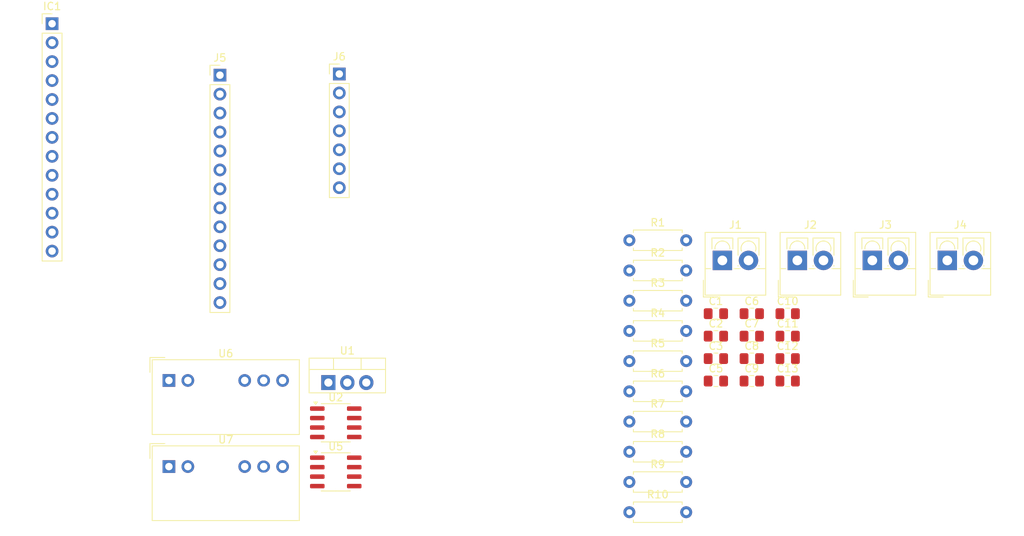
<source format=kicad_pcb>
(kicad_pcb (version 20240108) (generator "pcbnew") (generator_version "8.0")
  (layers (0 "F.Cu" signal) (31 "B.Cu" signal) (34 "B.Paste" user) (35 "F.Paste" user) (36 "B.SilkS" user "B.Silkscreen") (37 "F.SilkS" user "F.Silkscreen") (38 "B.Mask" user) (39 "F.Mask" user) (44 "Edge.Cuts" user))
  (net 0 "")
  (net 1 "+3.3V")
  (net 2 "GNDS")
  (net 5 "+5V")
  (net 6 "PWM")
  (net 7 "+24V")
  (net 8 "+15V")
  (net 9 "Source")
  (net 10 "-5V")
  (net 11 "Gate")
  (net 12 "VoltageSense")
  (net 13 "+VDC")
  (net 14 "GND")
  (net 15 "H+3.3V")
  (net 16 "MeasRefPWMHigh")
  (net 17 "DigitalMeasureHigh")
  (net 18 "Comp+")
  (net 19 "Comp-")
  (net 20 "Net-(U2-GOFF)")
  (net 21 "Net-(U2-GON)")
  (net 22 "Net-(U2-IN+)")
  (net 25 "Net-(U7-+VOUT)")
  (net 32 "MeasRefPWMLow")
  (net 33 "DigitalMeasureLow")
  (footprint "Capacitor_SMD:C_0805_2012Metric_Pad1.18x1.45mm_HandSolder" (layer "F.Cu") (at 138.6 60.4)
    (property "Reference" "C11" (at 0 -1.68 0) (layer "F.SilkS"))
    (property "Value" "100n")
    (fp_line (start -0.261252 -0.735) (end 0.261252 -0.735) (stroke (width 0.12)) (layer "F.SilkS"))
    (fp_line (start -0.261252 0.735) (end 0.261252 0.735) (stroke (width 0.12)) (layer "F.SilkS"))
    (pad "1" smd roundrect (at -1.0375 0) (size 1.175 1.45) (layers "F.Cu" "F.Paste" "F.Mask") (roundrect_rratio 0.212766) (net 8 "+15V"))
    (pad "2" smd roundrect (at 1.0375 0) (size 1.175 1.45) (layers "F.Cu" "F.Paste" "F.Mask") (roundrect_rratio 0.212766) (net 10 "-5V"))
  )
  (footprint "Capacitor_SMD:C_0805_2012Metric_Pad1.18x1.45mm_HandSolder" (layer "F.Cu") (at 128.98 66.42)
    (property "Reference" "C5" (at 0 -1.68 0) (layer "F.SilkS"))
    (property "Value" "1u")
    (fp_line (start -0.261252 -0.735) (end 0.261252 -0.735) (stroke (width 0.12)) (layer "F.SilkS"))
    (fp_line (start -0.261252 0.735) (end 0.261252 0.735) (stroke (width 0.12)) (layer "F.SilkS"))
    (pad "1" smd roundrect (at -1.0375 0) (size 1.175 1.45) (layers "F.Cu" "F.Paste" "F.Mask") (roundrect_rratio 0.212766) (net 19 "Comp-"))
    (pad "2" smd roundrect (at 1.0375 0) (size 1.175 1.45) (layers "F.Cu" "F.Paste" "F.Mask") (roundrect_rratio 0.212766) (net 14 "GND"))
  )
  (footprint "Connector_PinHeader_2.54mm:PinHeader_1x07_P2.54mm_Vertical" (layer "F.Cu") (at 78.5 25.26)
    (property "Reference" "J6" (at 0 -2.33 0) (layer "F.SilkS"))
    (property "Value" "Conn_01x07_Pin")
    (fp_line (start -1.33 -1.33) (end 0 -1.33) (stroke (width 0.12)) (layer "F.SilkS"))
    (fp_line (start -1.33 0) (end -1.33 -1.33) (stroke (width 0.12)) (layer "F.SilkS"))
    (fp_line (start -1.33 1.27) (end -1.33 16.57) (stroke (width 0.12)) (layer "F.SilkS"))
    (fp_line (start -1.33 1.27) (end 1.33 1.27) (stroke (width 0.12)) (layer "F.SilkS"))
    (fp_line (start -1.33 16.57) (end 1.33 16.57) (stroke (width 0.12)) (layer "F.SilkS"))
    (fp_line (start 1.33 1.27) (end 1.33 16.57) (stroke (width 0.12)) (layer "F.SilkS"))
    (pad "1" thru_hole rect (at 0 0) (size 1.7 1.7) (drill 1) (layers "*.Cu" "*.Mask"))
    (pad "2" thru_hole oval (at 0 2.54) (size 1.7 1.7) (drill 1) (layers "*.Cu" "*.Mask"))
    (pad "3" thru_hole oval (at 0 5.08) (size 1.7 1.7) (drill 1) (layers "*.Cu" "*.Mask"))
    (pad "4" thru_hole oval (at 0 7.62) (size 1.7 1.7) (drill 1) (layers "*.Cu" "*.Mask"))
    (pad "5" thru_hole oval (at 0 10.16) (size 1.7 1.7) (drill 1) (layers "*.Cu" "*.Mask"))
    (pad "6" thru_hole oval (at 0 12.7) (size 1.7 1.7) (drill 1) (layers "*.Cu" "*.Mask"))
    (pad "7" thru_hole oval (at 0 15.24) (size 1.7 1.7) (drill 1) (layers "*.Cu" "*.Mask"))
  )
  (footprint "Capacitor_SMD:C_0805_2012Metric_Pad1.18x1.45mm_HandSolder" (layer "F.Cu") (at 138.6 57.39)
    (property "Reference" "C10" (at 0 -1.68 0) (layer "F.SilkS"))
    (property "Value" "1u")
    (fp_line (start -0.261252 -0.735) (end 0.261252 -0.735) (stroke (width 0.12)) (layer "F.SilkS"))
    (fp_line (start -0.261252 0.735) (end 0.261252 0.735) (stroke (width 0.12)) (layer "F.SilkS"))
    (pad "1" smd roundrect (at -1.0375 0) (size 1.175 1.45) (layers "F.Cu" "F.Paste" "F.Mask") (roundrect_rratio 0.212766) (net 9 "Source"))
    (pad "2" smd roundrect (at 1.0375 0) (size 1.175 1.45) (layers "F.Cu" "F.Paste" "F.Mask") (roundrect_rratio 0.212766) (net 10 "-5V"))
  )
  (footprint "Converter_DCDC:Converter_DCDC_Murata_MGJ2DxxxxxxSC_THT" (layer "F.Cu") (at 55.66 66.34)
    (property "Reference" "U6" (at 7.62 -3.61 0) (layer "F.SilkS"))
    (property "Value" "MGJ2D241505SC")
    (fp_line (start -2.54 -3.08) (end -0.54 -3.08) (stroke (width 0.12)) (layer "F.SilkS"))
    (fp_line (start -2.54 -1.08) (end -2.54 -3.08) (stroke (width 0.12)) (layer "F.SilkS"))
    (fp_line (start -2.24 -2.78) (end -2.24 7.24) (stroke (width 0.12)) (layer "F.SilkS"))
    (fp_line (start -2.24 -2.78) (end 17.48 -2.78) (stroke (width 0.12)) (layer "F.SilkS"))
    (fp_line (start -2.24 7.24) (end 17.48 7.24) (stroke (width 0.12)) (layer "F.SilkS"))
    (fp_line (start 17.48 -2.78) (end 17.48 7.24) (stroke (width 0.12)) (layer "F.SilkS"))
    (pad "1" thru_hole rect (at 0 0) (size 1.7 1.7) (drill 1) (layers "*.Cu" "*.Mask") (net 7 "+24V"))
    (pad "2" thru_hole oval (at 2.54 0) (size 1.7 1.7) (drill 1) (layers "*.Cu" "*.Mask") (net 2 "GNDS"))
    (pad "5" thru_hole oval (at 10.16 0) (size 1.7 1.7) (drill 1) (layers "*.Cu" "*.Mask") (net 10 "-5V"))
    (pad "6" thru_hole oval (at 12.7 0) (size 1.7 1.6) (drill 1) (layers "*.Cu" "*.Mask") (net 9 "Source"))
    (pad "7" thru_hole oval (at 15.24 0) (size 1.7 1.7) (drill 1) (layers "*.Cu" "*.Mask") (net 8 "+15V"))
  )
  (footprint "Resistor_THT:R_Axial_DIN0207_L6.3mm_D2.5mm_P7.62mm_Horizontal" (layer "F.Cu") (at 117.38 63.75)
    (property "Reference" "R5" (at 3.81 -2.37 0) (layer "F.SilkS"))
    (property "Value" "10k")
    (fp_line (start 0.54 -1.37) (end 7.08 -1.37) (stroke (width 0.12)) (layer "F.SilkS"))
    (fp_line (start 0.54 -1.04) (end 0.54 -1.37) (stroke (width 0.12)) (layer "F.SilkS"))
    (fp_line (start 0.54 1.04) (end 0.54 1.37) (stroke (width 0.12)) (layer "F.SilkS"))
    (fp_line (start 0.54 1.37) (end 7.08 1.37) (stroke (width 0.12)) (layer "F.SilkS"))
    (fp_line (start 7.08 -1.37) (end 7.08 -1.04) (stroke (width 0.12)) (layer "F.SilkS"))
    (fp_line (start 7.08 1.37) (end 7.08 1.04) (stroke (width 0.12)) (layer "F.SilkS"))
    (pad "1" thru_hole circle (at 0 0) (size 1.6 1.6) (drill 0.8) (layers "*.Cu" "*.Mask") (net 2 "GNDS"))
    (pad "2" thru_hole oval (at 7.62 0) (size 1.6 1.6) (drill 0.8) (layers "*.Cu" "*.Mask") (net 22 "Net-(U2-IN+)"))
  )
  (footprint "Package_TO_SOT_THT:TO-220-3_Vertical" (layer "F.Cu") (at 77.035 66.625)
    (property "Reference" "U1" (at 2.54 -4.27 0) (layer "F.SilkS"))
    (property "Value" "L7805")
    (fp_line (start -2.58 -3.27) (end -2.58 1.371) (stroke (width 0.12)) (layer "F.SilkS"))
    (fp_line (start -2.58 -3.27) (end 7.66 -3.27) (stroke (width 0.12)) (layer "F.SilkS"))
    (fp_line (start -2.58 -1.76) (end 7.66 -1.76) (stroke (width 0.12)) (layer "F.SilkS"))
    (fp_line (start -2.58 1.371) (end 7.66 1.371) (stroke (width 0.12)) (layer "F.SilkS"))
    (fp_line (start 0.69 -3.27) (end 0.69 -1.76) (stroke (width 0.12)) (layer "F.SilkS"))
    (fp_line (start 4.391 -3.27) (end 4.391 -1.76) (stroke (width 0.12)) (layer "F.SilkS"))
    (fp_line (start 7.66 -3.27) (end 7.66 1.371) (stroke (width 0.12)) (layer "F.SilkS"))
    (pad "1" thru_hole rect (at 0 0) (size 1.905 2) (drill 1.1) (layers "*.Cu" "*.Mask") (net 7 "+24V"))
    (pad "2" thru_hole oval (at 2.54 0) (size 1.905 2) (drill 1.1) (layers "*.Cu" "*.Mask") (net 2 "GNDS"))
    (pad "3" thru_hole oval (at 5.08 0) (size 1.905 2) (drill 1.1) (layers "*.Cu" "*.Mask") (net 5 "+5V"))
  )
  (footprint "Capacitor_SMD:C_0805_2012Metric_Pad1.18x1.45mm_HandSolder" (layer "F.Cu") (at 138.6 63.41)
    (property "Reference" "C12" (at 0 -1.68 0) (layer "F.SilkS"))
    (property "Value" "0.1u")
    (fp_line (start -0.261252 -0.735) (end 0.261252 -0.735) (stroke (width 0.12)) (layer "F.SilkS"))
    (fp_line (start -0.261252 0.735) (end 0.261252 0.735) (stroke (width 0.12)) (layer "F.SilkS"))
    (pad "1" smd roundrect (at -1.0375 0) (size 1.175 1.45) (layers "F.Cu" "F.Paste" "F.Mask") (roundrect_rratio 0.212766) (net 9 "Source"))
    (pad "2" smd roundrect (at 1.0375 0) (size 1.175 1.45) (layers "F.Cu" "F.Paste" "F.Mask") (roundrect_rratio 0.212766) (net 12 "VoltageSense"))
  )
  (footprint "TerminalBlock_4Ucon:TerminalBlock_4Ucon_1x02_P3.50mm_Vertical" (layer "F.Cu") (at 160 50.25)
    (property "Reference" "J4" (at 1.75 -4.76 0) (layer "F.SilkS"))
    (property "Value" "Screw_Terminal_01x02")
    (fp_line (start -2.55 2.66) (end -2.55 4.9) (stroke (width 0.12)) (layer "F.SilkS"))
    (fp_line (start -2.55 4.9) (end -0.55 4.9) (stroke (width 0.12)) (layer "F.SilkS"))
    (fp_line (start -2.31 -3.76) (end -2.31 4.66) (stroke (width 0.12)) (layer "F.SilkS"))
    (fp_line (start -2.31 -3.76) (end 5.81 -3.76) (stroke (width 0.12)) (layer "F.SilkS"))
    (fp_line (start -2.31 1.101) (end -1.54 1.101) (stroke (width 0.12)) (layer "F.SilkS"))
    (fp_line (start -2.31 4.66) (end 5.81 4.66) (stroke (width 0.12)) (layer "F.SilkS"))
    (fp_line (start -1.4 -3) (end -1.4 -1.54) (stroke (width 0.12)) (layer "F.SilkS"))
    (fp_line (start -1.4 -3) (end 1.4 -3) (stroke (width 0.12)) (layer "F.SilkS"))
    (fp_line (start 1.4 -3) (end 1.4 -1.54) (stroke (width 0.12)) (layer "F.SilkS"))
    (fp_line (start 1.54 1.101) (end 2.367 1.101) (stroke (width 0.12)) (layer "F.SilkS"))
    (fp_line (start 2.1 -3) (end 2.1 -0.689) (stroke (width 0.12)) (layer "F.SilkS"))
    (fp_line (start 2.1 -3) (end 4.9 -3) (stroke (width 0.12)) (layer "F.SilkS"))
    (fp_line (start 2.1 0.689) (end 2.1 0.75) (stroke (width 0.12)) (layer "F.SilkS"))
    (fp_line (start 2.1 0.75) (end 2.101 0.75) (stroke (width 0.12)) (layer "F.SilkS"))
    (fp_line (start 4.634 1.101) (end 5.81 1.101) (stroke (width 0.12)) (layer "F.SilkS"))
    (fp_line (start 4.9 -3) (end 4.9 -0.689) (stroke (width 0.12)) (layer "F.SilkS"))
    (fp_line (start 4.9 0.689) (end 4.9 0.75) (stroke (width 0.12)) (layer "F.SilkS"))
    (fp_line (start 4.9 0.75) (end 4.9 0.75) (stroke (width 0.12)) (layer "F.SilkS"))
    (fp_line (start 5.81 -3.76) (end 5.81 4.66) (stroke (width 0.12)) (layer "F.SilkS"))
    (fp_arc (start -0.99789 -1.529434) (mid -0.000785 -2.600382) (end 0.998 -1.531) (stroke (width 0.12)) (layer "F.SilkS"))
    (fp_arc (start 2.560085 -1.257767) (mid 3.499876 -2.600282) (end 4.44 -1.258) (stroke (width 0.12)) (layer "F.SilkS"))
    (pad "1" thru_hole rect (at 0 0) (size 2.6 2.6) (drill 1.3) (layers "*.Cu" "*.Mask") (net 7 "+24V"))
    (pad "2" thru_hole circle (at 3.5 0) (size 2.6 2.6) (drill 1.3) (layers "*.Cu" "*.Mask") (net 2 "GNDS"))
  )
  (footprint "TerminalBlock_4Ucon:TerminalBlock_4Ucon_1x02_P3.50mm_Vertical" (layer "F.Cu") (at 149.95 50.25)
    (property "Reference" "J3" (at 1.75 -4.76 0) (layer "F.SilkS"))
    (property "Value" "Screw_Terminal_01x02")
    (fp_line (start -2.55 2.66) (end -2.55 4.9) (stroke (width 0.12)) (layer "F.SilkS"))
    (fp_line (start -2.55 4.9) (end -0.55 4.9) (stroke (width 0.12)) (layer "F.SilkS"))
    (fp_line (start -2.31 -3.76) (end -2.31 4.66) (stroke (width 0.12)) (layer "F.SilkS"))
    (fp_line (start -2.31 -3.76) (end 5.81 -3.76) (stroke (width 0.12)) (layer "F.SilkS"))
    (fp_line (start -2.31 1.101) (end -1.54 1.101) (stroke (width 0.12)) (layer "F.SilkS"))
    (fp_line (start -2.31 4.66) (end 5.81 4.66) (stroke (width 0.12)) (layer "F.SilkS"))
    (fp_line (start -1.4 -3) (end -1.4 -1.54) (stroke (width 0.12)) (layer "F.SilkS"))
    (fp_line (start -1.4 -3) (end 1.4 -3) (stroke (width 0.12)) (layer "F.SilkS"))
    (fp_line (start 1.4 -3) (end 1.4 -1.54) (stroke (width 0.12)) (layer "F.SilkS"))
    (fp_line (start 1.54 1.101) (end 2.367 1.101) (stroke (width 0.12)) (layer "F.SilkS"))
    (fp_line (start 2.1 -3) (end 2.1 -0.689) (stroke (width 0.12)) (layer "F.SilkS"))
    (fp_line (start 2.1 -3) (end 4.9 -3) (stroke (width 0.12)) (layer "F.SilkS"))
    (fp_line (start 2.1 0.689) (end 2.1 0.75) (stroke (width 0.12)) (layer "F.SilkS"))
    (fp_line (start 2.1 0.75) (end 2.101 0.75) (stroke (width 0.12)) (layer "F.SilkS"))
    (fp_line (start 4.634 1.101) (end 5.81 1.101) (stroke (width 0.12)) (layer "F.SilkS"))
    (fp_line (start 4.9 -3) (end 4.9 -0.689) (stroke (width 0.12)) (layer "F.SilkS"))
    (fp_line (start 4.9 0.689) (end 4.9 0.75) (stroke (width 0.12)) (layer "F.SilkS"))
    (fp_line (start 4.9 0.75) (end 4.9 0.75) (stroke (width 0.12)) (layer "F.SilkS"))
    (fp_line (start 5.81 -3.76) (end 5.81 4.66) (stroke (width 0.12)) (layer "F.SilkS"))
    (fp_arc (start -0.99789 -1.529434) (mid -0.000785 -2.600382) (end 0.998 -1.531) (stroke (width 0.12)) (layer "F.SilkS"))
    (fp_arc (start 2.560085 -1.257767) (mid 3.499876 -2.600282) (end 4.44 -1.258) (stroke (width 0.12)) (layer "F.SilkS"))
    (pad "1" thru_hole rect (at 0 0) (size 2.6 2.6) (drill 1.3) (layers "*.Cu" "*.Mask") (net 14 "GND"))
    (pad "2" thru_hole circle (at 3.5 0) (size 2.6 2.6) (drill 1.3) (layers "*.Cu" "*.Mask") (net 13 "+VDC"))
  )
  (footprint "Capacitor_SMD:C_0805_2012Metric_Pad1.18x1.45mm_HandSolder" (layer "F.Cu") (at 133.79 63.41)
    (property "Reference" "C8" (at 0 -1.68 0) (layer "F.SilkS"))
    (property "Value" "100n")
    (fp_line (start -0.261252 -0.735) (end 0.261252 -0.735) (stroke (width 0.12)) (layer "F.SilkS"))
    (fp_line (start -0.261252 0.735) (end 0.261252 0.735) (stroke (width 0.12)) (layer "F.SilkS"))
    (pad "1" smd roundrect (at -1.0375 0) (size 1.175 1.45) (layers "F.Cu" "F.Paste" "F.Mask") (roundrect_rratio 0.212766) (net 15 "H+3.3V"))
    (pad "2" smd roundrect (at 1.0375 0) (size 1.175 1.45) (layers "F.Cu" "F.Paste" "F.Mask") (roundrect_rratio 0.212766) (net 14 "GND"))
  )
  (footprint "Capacitor_SMD:C_0805_2012Metric_Pad1.18x1.45mm_HandSolder" (layer "F.Cu") (at 128.98 60.4)
    (property "Reference" "C2" (at 0 -1.68 0) (layer "F.SilkS"))
    (property "Value" "1u")
    (fp_line (start -0.261252 -0.735) (end 0.261252 -0.735) (stroke (width 0.12)) (layer "F.SilkS"))
    (fp_line (start -0.261252 0.735) (end 0.261252 0.735) (stroke (width 0.12)) (layer "F.SilkS"))
    (pad "1" smd roundrect (at -1.0375 0) (size 1.175 1.45) (layers "F.Cu" "F.Paste" "F.Mask") (roundrect_rratio 0.212766) (net 5 "+5V"))
    (pad "2" smd roundrect (at 1.0375 0) (size 1.175 1.45) (layers "F.Cu" "F.Paste" "F.Mask") (roundrect_rratio 0.212766) (net 2 "GNDS"))
  )
  (footprint "Converter_DCDC:Converter_DCDC_Murata_MGJ2DxxxxxxSC_THT" (layer "F.Cu") (at 55.66 77.885)
    (property "Reference" "U7" (at 7.62 -3.61 0) (layer "F.SilkS"))
    (property "Value" "MGJ2D241505SC")
    (fp_line (start -2.54 -3.08) (end -0.54 -3.08) (stroke (width 0.12)) (layer "F.SilkS"))
    (fp_line (start -2.54 -1.08) (end -2.54 -3.08) (stroke (width 0.12)) (layer "F.SilkS"))
    (fp_line (start -2.24 -2.78) (end -2.24 7.24) (stroke (width 0.12)) (layer "F.SilkS"))
    (fp_line (start -2.24 -2.78) (end 17.48 -2.78) (stroke (width 0.12)) (layer "F.SilkS"))
    (fp_line (start -2.24 7.24) (end 17.48 7.24) (stroke (width 0.12)) (layer "F.SilkS"))
    (fp_line (start 17.48 -2.78) (end 17.48 7.24) (stroke (width 0.12)) (layer "F.SilkS"))
    (pad "1" thru_hole rect (at 0 0) (size 1.7 1.7) (drill 1) (layers "*.Cu" "*.Mask") (net 7 "+24V"))
    (pad "2" thru_hole oval (at 2.54 0) (size 1.7 1.7) (drill 1) (layers "*.Cu" "*.Mask") (net 2 "GNDS"))
    (pad "5" thru_hole oval (at 10.16 0) (size 1.7 1.7) (drill 1) (layers "*.Cu" "*.Mask"))
    (pad "6" thru_hole oval (at 12.7 0) (size 1.7 1.6) (drill 1) (layers "*.Cu" "*.Mask") (net 14 "GND"))
    (pad "7" thru_hole oval (at 15.24 0) (size 1.7 1.7) (drill 1) (layers "*.Cu" "*.Mask") (net 25 "Net-(U7-+VOUT)"))
  )
  (footprint "Capacitor_SMD:C_0805_2012Metric_Pad1.18x1.45mm_HandSolder" (layer "F.Cu") (at 133.79 57.39)
    (property "Reference" "C6" (at 0 -1.68 0) (layer "F.SilkS"))
    (property "Value" "100n")
    (fp_line (start -0.261252 -0.735) (end 0.261252 -0.735) (stroke (width 0.12)) (layer "F.SilkS"))
    (fp_line (start -0.261252 0.735) (end 0.261252 0.735) (stroke (width 0.12)) (layer "F.SilkS"))
    (pad "1" smd roundrect (at -1.0375 0) (size 1.175 1.45) (layers "F.Cu" "F.Paste" "F.Mask") (roundrect_rratio 0.212766) (net 2 "GNDS"))
    (pad "2" smd roundrect (at 1.0375 0) (size 1.175 1.45) (layers "F.Cu" "F.Paste" "F.Mask") (roundrect_rratio 0.212766) (net 1 "+3.3V"))
  )
  (footprint "Package_SO:SOIC-8_3.9x4.9mm_P1.27mm" (layer "F.Cu") (at 78.025 72.015)
    (property "Reference" "U2" (at 0 -3.4 0) (layer "F.SilkS"))
    (property "Value" "STGAP2SM")
    (fp_line (start 0 -2.56) (end -1.95 -2.56) (stroke (width 0.12)) (layer "F.SilkS"))
    (fp_line (start 0 -2.56) (end 1.95 -2.56) (stroke (width 0.12)) (layer "F.SilkS"))
    (fp_line (start 0 2.56) (end -1.95 2.56) (stroke (width 0.12)) (layer "F.SilkS"))
    (fp_line (start 0 2.56) (end 1.95 2.56) (stroke (width 0.12)) (layer "F.SilkS"))
    (fp_poly (pts (xy -2.7 -2.465) (xy -2.94 -2.795) (xy -2.46 -2.795) (xy -2.7 -2.465)) (stroke (width 0.12)) (fill solid) (layer "F.SilkS"))
    (pad "1" smd roundrect (at -2.475 -1.905) (size 1.95 0.6) (layers "F.Cu" "F.Paste" "F.Mask") (net 1 "+3.3V"))
    (pad "2" smd roundrect (at -2.475 -0.635) (size 1.95 0.6) (layers "F.Cu" "F.Paste" "F.Mask") (net 22 "Net-(U2-IN+)"))
    (pad "3" smd roundrect (at -2.475 0.635) (size 1.95 0.6) (layers "F.Cu" "F.Paste" "F.Mask") (net 2 "GNDS"))
    (pad "4" smd roundrect (at -2.475 1.905) (size 1.95 0.6) (layers "F.Cu" "F.Paste" "F.Mask") (net 2 "GNDS"))
    (pad "5" smd roundrect (at 2.475 1.905) (size 1.95 0.6) (layers "F.Cu" "F.Paste" "F.Mask") (net 8 "+15V"))
    (pad "6" smd roundrect (at 2.475 0.635) (size 1.95 0.6) (layers "F.Cu" "F.Paste" "F.Mask") (net 21 "Net-(U2-GON)"))
    (pad "7" smd roundrect (at 2.475 -0.635) (size 1.95 0.6) (layers "F.Cu" "F.Paste" "F.Mask") (net 20 "Net-(U2-GOFF)"))
    (pad "8" smd roundrect (at 2.475 -1.905) (size 1.95 0.6) (layers "F.Cu" "F.Paste" "F.Mask") (net 10 "-5V"))
  )
  (footprint "Capacitor_SMD:C_0805_2012Metric_Pad1.18x1.45mm_HandSolder" (layer "F.Cu") (at 138.6 66.42)
    (property "Reference" "C13" (at 0 -1.68 0) (layer "F.SilkS"))
    (property "Value" "100n")
    (fp_line (start -0.261252 -0.735) (end 0.261252 -0.735) (stroke (width 0.12)) (layer "F.SilkS"))
    (fp_line (start -0.261252 0.735) (end 0.261252 0.735) (stroke (width 0.12)) (layer "F.SilkS"))
    (pad "1" smd roundrect (at -1.0375 0) (size 1.175 1.45) (layers "F.Cu" "F.Paste" "F.Mask") (roundrect_rratio 0.212766) (net 15 "H+3.3V"))
    (pad "2" smd roundrect (at 1.0375 0) (size 1.175 1.45) (layers "F.Cu" "F.Paste" "F.Mask") (roundrect_rratio 0.212766) (net 14 "GND"))
  )
  (footprint "Resistor_THT:R_Axial_DIN0207_L6.3mm_D2.5mm_P7.62mm_Horizontal" (layer "F.Cu") (at 117.38 55.65)
    (property "Reference" "R3" (at 3.81 -2.37 0) (layer "F.SilkS"))
    (property "Value" "47k")
    (fp_line (start 0.54 -1.37) (end 7.08 -1.37) (stroke (width 0.12)) (layer "F.SilkS"))
    (fp_line (start 0.54 -1.04) (end 0.54 -1.37) (stroke (width 0.12)) (layer "F.SilkS"))
    (fp_line (start 0.54 1.04) (end 0.54 1.37) (stroke (width 0.12)) (layer "F.SilkS"))
    (fp_line (start 0.54 1.37) (end 7.08 1.37) (stroke (width 0.12)) (layer "F.SilkS"))
    (fp_line (start 7.08 -1.37) (end 7.08 -1.04) (stroke (width 0.12)) (layer "F.SilkS"))
    (fp_line (start 7.08 1.37) (end 7.08 1.04) (stroke (width 0.12)) (layer "F.SilkS"))
    (pad "1" thru_hole circle (at 0 0) (size 1.6 1.6) (drill 0.8) (layers "*.Cu" "*.Mask") (net 25 "Net-(U7-+VOUT)"))
    (pad "2" thru_hole oval (at 7.62 0) (size 1.6 1.6) (drill 0.8) (layers "*.Cu" "*.Mask") (net 15 "H+3.3V"))
  )
  (footprint "Capacitor_SMD:C_0805_2012Metric_Pad1.18x1.45mm_HandSolder" (layer "F.Cu") (at 128.98 63.41)
    (property "Reference" "C3" (at 0 -1.68 0) (layer "F.SilkS"))
    (property "Value" "100n")
    (fp_line (start -0.261252 -0.735) (end 0.261252 -0.735) (stroke (width 0.12)) (layer "F.SilkS"))
    (fp_line (start -0.261252 0.735) (end 0.261252 0.735) (stroke (width 0.12)) (layer "F.SilkS"))
    (pad "1" smd roundrect (at -1.0375 0) (size 1.175 1.45) (layers "F.Cu" "F.Paste" "F.Mask") (roundrect_rratio 0.212766) (net 1 "+3.3V"))
    (pad "2" smd roundrect (at 1.0375 0) (size 1.175 1.45) (layers "F.Cu" "F.Paste" "F.Mask") (roundrect_rratio 0.212766) (net 2 "GNDS"))
  )
  (footprint "Resistor_THT:R_Axial_DIN0207_L6.3mm_D2.5mm_P7.62mm_Horizontal" (layer "F.Cu") (at 117.38 47.55)
    (property "Reference" "R1" (at 3.81 -2.37 0) (layer "F.SilkS"))
    (property "Value" "1.2")
    (fp_line (start 0.54 -1.37) (end 7.08 -1.37) (stroke (width 0.12)) (layer "F.SilkS"))
    (fp_line (start 0.54 -1.04) (end 0.54 -1.37) (stroke (width 0.12)) (layer "F.SilkS"))
    (fp_line (start 0.54 1.04) (end 0.54 1.37) (stroke (width 0.12)) (layer "F.SilkS"))
    (fp_line (start 0.54 1.37) (end 7.08 1.37) (stroke (width 0.12)) (layer "F.SilkS"))
    (fp_line (start 7.08 -1.37) (end 7.08 -1.04) (stroke (width 0.12)) (layer "F.SilkS"))
    (fp_line (start 7.08 1.37) (end 7.08 1.04) (stroke (width 0.12)) (layer "F.SilkS"))
    (pad "1" thru_hole circle (at 0 0) (size 1.6 1.6) (drill 0.8) (layers "*.Cu" "*.Mask") (net 20 "Net-(U2-GOFF)"))
    (pad "2" thru_hole oval (at 7.62 0) (size 1.6 1.6) (drill 0.8) (layers "*.Cu" "*.Mask") (net 11 "Gate"))
  )
  (footprint "TerminalBlock_4Ucon:TerminalBlock_4Ucon_1x02_P3.50mm_Vertical" (layer "F.Cu") (at 129.85 50.25)
    (property "Reference" "J1" (at 1.75 -4.76 0) (layer "F.SilkS"))
    (property "Value" "Screw_Terminal_01x02")
    (fp_line (start -2.55 2.66) (end -2.55 4.9) (stroke (width 0.12)) (layer "F.SilkS"))
    (fp_line (start -2.55 4.9) (end -0.55 4.9) (stroke (width 0.12)) (layer "F.SilkS"))
    (fp_line (start -2.31 -3.76) (end -2.31 4.66) (stroke (width 0.12)) (layer "F.SilkS"))
    (fp_line (start -2.31 -3.76) (end 5.81 -3.76) (stroke (width 0.12)) (layer "F.SilkS"))
    (fp_line (start -2.31 1.101) (end -1.54 1.101) (stroke (width 0.12)) (layer "F.SilkS"))
    (fp_line (start -2.31 4.66) (end 5.81 4.66) (stroke (width 0.12)) (layer "F.SilkS"))
    (fp_line (start -1.4 -3) (end -1.4 -1.54) (stroke (width 0.12)) (layer "F.SilkS"))
    (fp_line (start -1.4 -3) (end 1.4 -3) (stroke (width 0.12)) (layer "F.SilkS"))
    (fp_line (start 1.4 -3) (end 1.4 -1.54) (stroke (width 0.12)) (layer "F.SilkS"))
    (fp_line (start 1.54 1.101) (end 2.367 1.101) (stroke (width 0.12)) (layer "F.SilkS"))
    (fp_line (start 2.1 -3) (end 2.1 -0.689) (stroke (width 0.12)) (layer "F.SilkS"))
    (fp_line (start 2.1 -3) (end 4.9 -3) (stroke (width 0.12)) (layer "F.SilkS"))
    (fp_line (start 2.1 0.689) (end 2.1 0.75) (stroke (width 0.12)) (layer "F.SilkS"))
    (fp_line (start 2.1 0.75) (end 2.101 0.75) (stroke (width 0.12)) (layer "F.SilkS"))
    (fp_line (start 4.634 1.101) (end 5.81 1.101) (stroke (width 0.12)) (layer "F.SilkS"))
    (fp_line (start 4.9 -3) (end 4.9 -0.689) (stroke (width 0.12)) (layer "F.SilkS"))
    (fp_line (start 4.9 0.689) (end 4.9 0.75) (stroke (width 0.12)) (layer "F.SilkS"))
    (fp_line (start 4.9 0.75) (end 4.9 0.75) (stroke (width 0.12)) (layer "F.SilkS"))
    (fp_line (start 5.81 -3.76) (end 5.81 4.66) (stroke (width 0.12)) (layer "F.SilkS"))
    (fp_arc (start -0.99789 -1.529434) (mid -0.000785 -2.600382) (end 0.998 -1.531) (stroke (width 0.12)) (layer "F.SilkS"))
    (fp_arc (start 2.560085 -1.257767) (mid 3.499876 -2.600282) (end 4.44 -1.258) (stroke (width 0.12)) (layer "F.SilkS"))
    (pad "1" thru_hole rect (at 0 0) (size 2.6 2.6) (drill 1.3) (layers "*.Cu" "*.Mask") (net 12 "VoltageSense"))
    (pad "2" thru_hole circle (at 3.5 0) (size 2.6 2.6) (drill 1.3) (layers "*.Cu" "*.Mask") (net 14 "GND"))
  )
  (footprint "Resistor_THT:R_Axial_DIN0207_L6.3mm_D2.5mm_P7.62mm_Horizontal" (layer "F.Cu") (at 117.38 59.7)
    (property "Reference" "R4" (at 3.81 -2.37 0) (layer "F.SilkS"))
    (property "Value" "100")
    (fp_line (start 0.54 -1.37) (end 7.08 -1.37) (stroke (width 0.12)) (layer "F.SilkS"))
    (fp_line (start 0.54 -1.04) (end 0.54 -1.37) (stroke (width 0.12)) (layer "F.SilkS"))
    (fp_line (start 0.54 1.04) (end 0.54 1.37) (stroke (width 0.12)) (layer "F.SilkS"))
    (fp_line (start 0.54 1.37) (end 7.08 1.37) (stroke (width 0.12)) (layer "F.SilkS"))
    (fp_line (start 7.08 -1.37) (end 7.08 -1.04) (stroke (width 0.12)) (layer "F.SilkS"))
    (fp_line (start 7.08 1.37) (end 7.08 1.04) (stroke (width 0.12)) (layer "F.SilkS"))
    (pad "1" thru_hole circle (at 0 0) (size 1.6 1.6) (drill 0.8) (layers "*.Cu" "*.Mask") (net 6 "PWM"))
    (pad "2" thru_hole oval (at 7.62 0) (size 1.6 1.6) (drill 0.8) (layers "*.Cu" "*.Mask") (net 22 "Net-(U2-IN+)"))
  )
  (footprint "Capacitor_SMD:C_0805_2012Metric_Pad1.18x1.45mm_HandSolder" (layer "F.Cu") (at 128.98 57.39)
    (property "Reference" "C1" (at 0 -1.68 0) (layer "F.SilkS"))
    (property "Value" "0.33u")
    (fp_line (start -0.261252 -0.735) (end 0.261252 -0.735) (stroke (width 0.12)) (layer "F.SilkS"))
    (fp_line (start -0.261252 0.735) (end 0.261252 0.735) (stroke (width 0.12)) (layer "F.SilkS"))
    (pad "1" smd roundrect (at -1.0375 0) (size 1.175 1.45) (layers "F.Cu" "F.Paste" "F.Mask") (roundrect_rratio 0.212766) (net 7 "+24V"))
    (pad "2" smd roundrect (at 1.0375 0) (size 1.175 1.45) (layers "F.Cu" "F.Paste" "F.Mask") (roundrect_rratio 0.212766) (net 2 "GNDS"))
  )
  (footprint "Resistor_THT:R_Axial_DIN0207_L6.3mm_D2.5mm_P7.62mm_Horizontal" (layer "F.Cu") (at 117.38 79.95)
    (property "Reference" "R9" (at 3.81 -2.37 0) (layer "F.SilkS"))
    (property "Value" "13k")
    (fp_line (start 0.54 -1.37) (end 7.08 -1.37) (stroke (width 0.12)) (layer "F.SilkS"))
    (fp_line (start 0.54 -1.04) (end 0.54 -1.37) (stroke (width 0.12)) (layer "F.SilkS"))
    (fp_line (start 0.54 1.04) (end 0.54 1.37) (stroke (width 0.12)) (layer "F.SilkS"))
    (fp_line (start 0.54 1.37) (end 7.08 1.37) (stroke (width 0.12)) (layer "F.SilkS"))
    (fp_line (start 7.08 -1.37) (end 7.08 -1.04) (stroke (width 0.12)) (layer "F.SilkS"))
    (fp_line (start 7.08 1.37) (end 7.08 1.04) (stroke (width 0.12)) (layer "F.SilkS"))
    (pad "1" thru_hole circle (at 0 0) (size 1.6 1.6) (drill 0.8) (layers "*.Cu" "*.Mask") (net 15 "H+3.3V"))
    (pad "2" thru_hole oval (at 7.62 0) (size 1.6 1.6) (drill 0.8) (layers "*.Cu" "*.Mask") (net 14 "GND"))
  )
  (footprint "Capacitor_SMD:C_0805_2012Metric_Pad1.18x1.45mm_HandSolder" (layer "F.Cu") (at 133.79 66.42)
    (property "Reference" "C9" (at 0 -1.68 0) (layer "F.SilkS"))
    (property "Value" "1u")
    (fp_line (start -0.261252 -0.735) (end 0.261252 -0.735) (stroke (width 0.12)) (layer "F.SilkS"))
    (fp_line (start -0.261252 0.735) (end 0.261252 0.735) (stroke (width 0.12)) (layer "F.SilkS"))
    (pad "1" smd roundrect (at -1.0375 0) (size 1.175 1.45) (layers "F.Cu" "F.Paste" "F.Mask") (roundrect_rratio 0.212766) (net 8 "+15V"))
    (pad "2" smd roundrect (at 1.0375 0) (size 1.175 1.45) (layers "F.Cu" "F.Paste" "F.Mask") (roundrect_rratio 0.212766) (net 9 "Source"))
  )
  (footprint "Resistor_THT:R_Axial_DIN0207_L6.3mm_D2.5mm_P7.62mm_Horizontal" (layer "F.Cu") (at 117.38 51.6)
    (property "Reference" "R2" (at 3.81 -2.37 0) (layer "F.SilkS"))
    (property "Value" "1.2")
    (fp_line (start 0.54 -1.37) (end 7.08 -1.37) (stroke (width 0.12)) (layer "F.SilkS"))
    (fp_line (start 0.54 -1.04) (end 0.54 -1.37) (stroke (width 0.12)) (layer "F.SilkS"))
    (fp_line (start 0.54 1.04) (end 0.54 1.37) (stroke (width 0.12)) (layer "F.SilkS"))
    (fp_line (start 0.54 1.37) (end 7.08 1.37) (stroke (width 0.12)) (layer "F.SilkS"))
    (fp_line (start 7.08 -1.37) (end 7.08 -1.04) (stroke (width 0.12)) (layer "F.SilkS"))
    (fp_line (start 7.08 1.37) (end 7.08 1.04) (stroke (width 0.12)) (layer "F.SilkS"))
    (pad "1" thru_hole circle (at 0 0) (size 1.6 1.6) (drill 0.8) (layers "*.Cu" "*.Mask") (net 21 "Net-(U2-GON)"))
    (pad "2" thru_hole oval (at 7.62 0) (size 1.6 1.6) (drill 0.8) (layers "*.Cu" "*.Mask") (net 11 "Gate"))
  )
  (footprint "Connector_PinHeader_2.54mm:PinHeader_1x13_P2.54mm_Vertical" (layer "F.Cu") (at 40 18.52)
    (property "Reference" "IC1" (at 0 -2.33 0) (layer "F.SilkS"))
    (property "Value" "ACSL-7210-06RE")
    (fp_line (start -1.33 -1.33) (end 0 -1.33) (stroke (width 0.12)) (layer "F.SilkS"))
    (fp_line (start -1.33 0) (end -1.33 -1.33) (stroke (width 0.12)) (layer "F.SilkS"))
    (fp_line (start -1.33 1.27) (end -1.33 31.81) (stroke (width 0.12)) (layer "F.SilkS"))
    (fp_line (start -1.33 1.27) (end 1.33 1.27) (stroke (width 0.12)) (layer "F.SilkS"))
    (fp_line (start -1.33 31.81) (end 1.33 31.81) (stroke (width 0.12)) (layer "F.SilkS"))
    (fp_line (start 1.33 1.27) (end 1.33 31.81) (stroke (width 0.12)) (layer "F.SilkS"))
    (pad "1" thru_hole rect (at 0 0) (size 1.7 1.7) (drill 1) (layers "*.Cu" "*.Mask") (net 1 "+3.3V"))
    (pad "2" thru_hole oval (at 0 2.54) (size 1.7 1.7) (drill 1) (layers "*.Cu" "*.Mask") (net 33 "DigitalMeasureLow"))
    (pad "3" thru_hole oval (at 0 5.08) (size 1.7 1.7) (drill 1) (layers "*.Cu" "*.Mask") (net 32 "MeasRefPWMLow"))
    (pad "4" thru_hole oval (at 0 7.62) (size 1.7 1.7) (drill 1) (layers "*.Cu" "*.Mask") (net 2 "GNDS"))
    (pad "5" thru_hole oval (at 0 10.16) (size 1.7 1.7) (drill 1) (layers "*.Cu" "*.Mask") (net 14 "GND"))
    (pad "6" thru_hole oval (at 0 12.7) (size 1.7 1.7) (drill 1) (layers "*.Cu" "*.Mask") (net 16 "MeasRefPWMHigh"))
    (pad "7" thru_hole oval (at 0 15.24) (size 1.7 1.7) (drill 1) (layers "*.Cu" "*.Mask") (net 17 "DigitalMeasureHigh"))
    (pad "8" thru_hole oval (at 0 17.78) (size 1.7 1.7) (drill 1) (layers "*.Cu" "*.Mask") (net 15 "H+3.3V"))
    (pad "9" thru_hole oval (at 0 20.32) (size 1.7 1.7) (drill 1) (layers "*.Cu" "*.Mask"))
    (pad "10" thru_hole oval (at 0 22.86) (size 1.7 1.7) (drill 1) (layers "*.Cu" "*.Mask"))
    (pad "11" thru_hole oval (at 0 25.4) (size 1.7 1.7) (drill 1) (layers "*.Cu" "*.Mask"))
    (pad "12" thru_hole oval (at 0 27.94) (size 1.7 1.7) (drill 1) (layers "*.Cu" "*.Mask"))
    (pad "13" thru_hole oval (at 0 30.48) (size 1.7 1.7) (drill 1) (layers "*.Cu" "*.Mask"))
  )
  (footprint "Resistor_THT:R_Axial_DIN0207_L6.3mm_D2.5mm_P7.62mm_Horizontal" (layer "F.Cu") (at 117.38 75.9)
    (property "Reference" "R8" (at 3.81 -2.37 0) (layer "F.SilkS"))
    (property "Value" "3.3k")
    (fp_line (start 0.54 -1.37) (end 7.08 -1.37) (stroke (width 0.12)) (layer "F.SilkS"))
    (fp_line (start 0.54 -1.04) (end 0.54 -1.37) (stroke (width 0.12)) (layer "F.SilkS"))
    (fp_line (start 0.54 1.04) (end 0.54 1.37) (stroke (width 0.12)) (layer "F.SilkS"))
    (fp_line (start 0.54 1.37) (end 7.08 1.37) (stroke (width 0.12)) (layer "F.SilkS"))
    (fp_line (start 7.08 -1.37) (end 7.08 -1.04) (stroke (width 0.12)) (layer "F.SilkS"))
    (fp_line (start 7.08 1.37) (end 7.08 1.04) (stroke (width 0.12)) (layer "F.SilkS"))
    (pad "1" thru_hole circle (at 0 0) (size 1.6 1.6) (drill 0.8) (layers "*.Cu" "*.Mask") (net 19 "Comp-"))
    (pad "2" thru_hole oval (at 7.62 0) (size 1.6 1.6) (drill 0.8) (layers "*.Cu" "*.Mask") (net 16 "MeasRefPWMHigh"))
  )
  (footprint "Connector_PinHeader_2.54mm:PinHeader_1x13_P2.54mm_Vertical" (layer "F.Cu") (at 62.5 25.42)
    (property "Reference" "J5" (at 0 -2.33 0) (layer "F.SilkS"))
    (property "Value" "Conn_01x13_Pin")
    (fp_line (start -1.33 -1.33) (end 0 -1.33) (stroke (width 0.12)) (layer "F.SilkS"))
    (fp_line (start -1.33 0) (end -1.33 -1.33) (stroke (width 0.12)) (layer "F.SilkS"))
    (fp_line (start -1.33 1.27) (end -1.33 31.81) (stroke (width 0.12)) (layer "F.SilkS"))
    (fp_line (start -1.33 1.27) (end 1.33 1.27) (stroke (width 0.12)) (layer "F.SilkS"))
    (fp_line (start -1.33 31.81) (end 1.33 31.81) (stroke (width 0.12)) (layer "F.SilkS"))
    (fp_line (start 1.33 1.27) (end 1.33 31.81) (stroke (width 0.12)) (layer "F.SilkS"))
    (pad "1" thru_hole rect (at 0 0) (size 1.7 1.7) (drill 1) (layers "*.Cu" "*.Mask") (net 19 "Comp-"))
    (pad "2" thru_hole oval (at 0 2.54) (size 1.7 1.7) (drill 1) (layers "*.Cu" "*.Mask") (net 18 "Comp+"))
    (pad "3" thru_hole oval (at 0 5.08) (size 1.7 1.7) (drill 1) (layers "*.Cu" "*.Mask") (net 17 "DigitalMeasureHigh"))
    (pad "4" thru_hole oval (at 0 7.62) (size 1.7 1.7) (drill 1) (layers "*.Cu" "*.Mask") (net 16 "MeasRefPWMHigh"))
    (pad "5" thru_hole oval (at 0 10.16) (size 1.7 1.7) (drill 1) (layers "*.Cu" "*.Mask") (net 12 "VoltageSense"))
    (pad "6" thru_hole oval (at 0 12.7) (size 1.7 1.7) (drill 1) (layers "*.Cu" "*.Mask") (net 9 "Source"))
    (pad "7" thru_hole oval (at 0 15.24) (size 1.7 1.7) (drill 1) (layers "*.Cu" "*.Mask") (net 11 "Gate"))
    (pad "8" thru_hole oval (at 0 17.78) (size 1.7 1.7) (drill 1) (layers "*.Cu" "*.Mask") (net 15 "H+3.3V"))
    (pad "9" thru_hole oval (at 0 20.32) (size 1.7 1.7) (drill 1) (layers "*.Cu" "*.Mask") (net 10 "-5V"))
    (pad "10" thru_hole oval (at 0 22.86) (size 1.7 1.7) (drill 1) (layers "*.Cu" "*.Mask") (net 9 "Source"))
    (pad "11" thru_hole oval (at 0 25.4) (size 1.7 1.7) (drill 1) (layers "*.Cu" "*.Mask") (net 8 "+15V"))
    (pad "12" thru_hole oval (at 0 27.94) (size 1.7 1.7) (drill 1) (layers "*.Cu" "*.Mask") (net 14 "GND"))
    (pad "13" thru_hole oval (at 0 30.48) (size 1.7 1.7) (drill 1) (layers "*.Cu" "*.Mask") (net 13 "+VDC"))
  )
  (footprint "Capacitor_SMD:C_0805_2012Metric_Pad1.18x1.45mm_HandSolder" (layer "F.Cu") (at 133.79 60.4)
    (property "Reference" "C7" (at 0 -1.68 0) (layer "F.SilkS"))
    (property "Value" "2.2u")
    (fp_line (start -0.261252 -0.735) (end 0.261252 -0.735) (stroke (width 0.12)) (layer "F.SilkS"))
    (fp_line (start -0.261252 0.735) (end 0.261252 0.735) (stroke (width 0.12)) (layer "F.SilkS"))
    (pad "1" smd roundrect (at -1.0375 0) (size 1.175 1.45) (layers "F.Cu" "F.Paste" "F.Mask") (roundrect_rratio 0.212766) (net 15 "H+3.3V"))
    (pad "2" smd roundrect (at 1.0375 0) (size 1.175 1.45) (layers "F.Cu" "F.Paste" "F.Mask") (roundrect_rratio 0.212766) (net 14 "GND"))
  )
  (footprint "Resistor_THT:R_Axial_DIN0207_L6.3mm_D2.5mm_P7.62mm_Horizontal" (layer "F.Cu") (at 117.38 67.8)
    (property "Reference" "R6" (at 3.81 -2.37 0) (layer "F.SilkS"))
    (property "Value" "100k")
    (fp_line (start 0.54 -1.37) (end 7.08 -1.37) (stroke (width 0.12)) (layer "F.SilkS"))
    (fp_line (start 0.54 -1.04) (end 0.54 -1.37) (stroke (width 0.12)) (layer "F.SilkS"))
    (fp_line (start 0.54 1.04) (end 0.54 1.37) (stroke (width 0.12)) (layer "F.SilkS"))
    (fp_line (start 0.54 1.37) (end 7.08 1.37) (stroke (width 0.12)) (layer "F.SilkS"))
    (fp_line (start 7.08 -1.37) (end 7.08 -1.04) (stroke (width 0.12)) (layer "F.SilkS"))
    (fp_line (start 7.08 1.37) (end 7.08 1.04) (stroke (width 0.12)) (layer "F.SilkS"))
    (pad "1" thru_hole circle (at 0 0) (size 1.6 1.6) (drill 0.8) (layers "*.Cu" "*.Mask") (net 12 "VoltageSense"))
    (pad "2" thru_hole oval (at 7.62 0) (size 1.6 1.6) (drill 0.8) (layers "*.Cu" "*.Mask") (net 18 "Comp+"))
  )
  (footprint "Resistor_THT:R_Axial_DIN0207_L6.3mm_D2.5mm_P7.62mm_Horizontal" (layer "F.Cu") (at 117.38 84)
    (property "Reference" "R10" (at 3.81 -2.37 0) (layer "F.SilkS"))
    (property "Value" "10k")
    (fp_line (start 0.54 -1.37) (end 7.08 -1.37) (stroke (width 0.12)) (layer "F.SilkS"))
    (fp_line (start 0.54 -1.04) (end 0.54 -1.37) (stroke (width 0.12)) (layer "F.SilkS"))
    (fp_line (start 0.54 1.04) (end 0.54 1.37) (stroke (width 0.12)) (layer "F.SilkS"))
    (fp_line (start 0.54 1.37) (end 7.08 1.37) (stroke (width 0.12)) (layer "F.SilkS"))
    (fp_line (start 7.08 -1.37) (end 7.08 -1.04) (stroke (width 0.12)) (layer "F.SilkS"))
    (fp_line (start 7.08 1.37) (end 7.08 1.04) (stroke (width 0.12)) (layer "F.SilkS"))
    (pad "1" thru_hole circle (at 0 0) (size 1.6 1.6) (drill 0.8) (layers "*.Cu" "*.Mask") (net 9 "Source"))
    (pad "2" thru_hole oval (at 7.62 0) (size 1.6 1.6) (drill 0.8) (layers "*.Cu" "*.Mask") (net 11 "Gate"))
  )
  (footprint "Resistor_THT:R_Axial_DIN0207_L6.3mm_D2.5mm_P7.62mm_Horizontal" (layer "F.Cu") (at 117.38 71.85)
    (property "Reference" "R7" (at 3.81 -2.37 0) (layer "F.SilkS"))
    (property "Value" "2.2k")
    (fp_line (start 0.54 -1.37) (end 7.08 -1.37) (stroke (width 0.12)) (layer "F.SilkS"))
    (fp_line (start 0.54 -1.04) (end 0.54 -1.37) (stroke (width 0.12)) (layer "F.SilkS"))
    (fp_line (start 0.54 1.04) (end 0.54 1.37) (stroke (width 0.12)) (layer "F.SilkS"))
    (fp_line (start 0.54 1.37) (end 7.08 1.37) (stroke (width 0.12)) (layer "F.SilkS"))
    (fp_line (start 7.08 -1.37) (end 7.08 -1.04) (stroke (width 0.12)) (layer "F.SilkS"))
    (fp_line (start 7.08 1.37) (end 7.08 1.04) (stroke (width 0.12)) (layer "F.SilkS"))
    (pad "1" thru_hole circle (at 0 0) (size 1.6 1.6) (drill 0.8) (layers "*.Cu" "*.Mask") (net 14 "GND"))
    (pad "2" thru_hole oval (at 7.62 0) (size 1.6 1.6) (drill 0.8) (layers "*.Cu" "*.Mask") (net 18 "Comp+"))
  )
  (footprint "TerminalBlock_4Ucon:TerminalBlock_4Ucon_1x02_P3.50mm_Vertical" (layer "F.Cu") (at 139.9 50.25)
    (property "Reference" "J2" (at 1.75 -4.76 0) (layer "F.SilkS"))
    (property "Value" "Screw_Terminal_01x02")
    (fp_line (start -2.55 2.66) (end -2.55 4.9) (stroke (width 0.12)) (layer "F.SilkS"))
    (fp_line (start -2.55 4.9) (end -0.55 4.9) (stroke (width 0.12)) (layer "F.SilkS"))
    (fp_line (start -2.31 -3.76) (end -2.31 4.66) (stroke (width 0.12)) (layer "F.SilkS"))
    (fp_line (start -2.31 -3.76) (end 5.81 -3.76) (stroke (width 0.12)) (layer "F.SilkS"))
    (fp_line (start -2.31 1.101) (end -1.54 1.101) (stroke (width 0.12)) (layer "F.SilkS"))
    (fp_line (start -2.31 4.66) (end 5.81 4.66) (stroke (width 0.12)) (layer "F.SilkS"))
    (fp_line (start -1.4 -3) (end -1.4 -1.54) (stroke (width 0.12)) (layer "F.SilkS"))
    (fp_line (start -1.4 -3) (end 1.4 -3) (stroke (width 0.12)) (layer "F.SilkS"))
    (fp_line (start 1.4 -3) (end 1.4 -1.54) (stroke (width 0.12)) (layer "F.SilkS"))
    (fp_line (start 1.54 1.101) (end 2.367 1.101) (stroke (width 0.12)) (layer "F.SilkS"))
    (fp_line (start 2.1 -3) (end 2.1 -0.689) (stroke (width 0.12)) (layer "F.SilkS"))
    (fp_line (start 2.1 -3) (end 4.9 -3) (stroke (width 0.12)) (layer "F.SilkS"))
    (fp_line (start 2.1 0.689) (end 2.1 0.75) (stroke (width 0.12)) (layer "F.SilkS"))
    (fp_line (start 2.1 0.75) (end 2.101 0.75) (stroke (width 0.12)) (layer "F.SilkS"))
    (fp_line (start 4.634 1.101) (end 5.81 1.101) (stroke (width 0.12)) (layer "F.SilkS"))
    (fp_line (start 4.9 -3) (end 4.9 -0.689) (stroke (width 0.12)) (layer "F.SilkS"))
    (fp_line (start 4.9 0.689) (end 4.9 0.75) (stroke (width 0.12)) (layer "F.SilkS"))
    (fp_line (start 4.9 0.75) (end 4.9 0.75) (stroke (width 0.12)) (layer "F.SilkS"))
    (fp_line (start 5.81 -3.76) (end 5.81 4.66) (stroke (width 0.12)) (layer "F.SilkS"))
    (fp_arc (start -0.99789 -1.529434) (mid -0.000785 -2.600382) (end 0.998 -1.531) (stroke (width 0.12)) (layer "F.SilkS"))
    (fp_arc (start 2.560085 -1.257767) (mid 3.499876 -2.600282) (end 4.44 -1.258) (stroke (width 0.12)) (layer "F.SilkS"))
    (pad "1" thru_hole rect (at 0 0) (size 2.6 2.6) (drill 1.3) (layers "*.Cu" "*.Mask") (net 12 "VoltageSense"))
    (pad "2" thru_hole circle (at 3.5 0) (size 2.6 2.6) (drill 1.3) (layers "*.Cu" "*.Mask") (net 9 "Source"))
  )
  (footprint "Package_SO:SOIC-8_3.9x4.9mm_P1.27mm" (layer "F.Cu") (at 78.025 78.595)
    (property "Reference" "U5" (at 0 -3.4 0) (layer "F.SilkS"))
    (property "Value" "TLV3501AID")
    (fp_line (start 0 -2.56) (end -1.95 -2.56) (stroke (width 0.12)) (layer "F.SilkS"))
    (fp_line (start 0 -2.56) (end 1.95 -2.56) (stroke (width 0.12)) (layer "F.SilkS"))
    (fp_line (start 0 2.56) (end -1.95 2.56) (stroke (width 0.12)) (layer "F.SilkS"))
    (fp_line (start 0 2.56) (end 1.95 2.56) (stroke (width 0.12)) (layer "F.SilkS"))
    (fp_poly (pts (xy -2.7 -2.465) (xy -2.94 -2.795) (xy -2.46 -2.795) (xy -2.7 -2.465)) (stroke (width 0.12)) (fill solid) (layer "F.SilkS"))
    (pad "1" smd roundrect (at -2.475 -1.905) (size 1.95 0.6) (layers "F.Cu" "F.Paste" "F.Mask"))
    (pad "2" smd roundrect (at -2.475 -0.635) (size 1.95 0.6) (layers "F.Cu" "F.Paste" "F.Mask") (net 19 "Comp-"))
    (pad "3" smd roundrect (at -2.475 0.635) (size 1.95 0.6) (layers "F.Cu" "F.Paste" "F.Mask") (net 18 "Comp+"))
    (pad "4" smd roundrect (at -2.475 1.905) (size 1.95 0.6) (layers "F.Cu" "F.Paste" "F.Mask") (net 14 "GND"))
    (pad "5" smd roundrect (at 2.475 1.905) (size 1.95 0.6) (layers "F.Cu" "F.Paste" "F.Mask"))
    (pad "6" smd roundrect (at 2.475 0.635) (size 1.95 0.6) (layers "F.Cu" "F.Paste" "F.Mask") (net 17 "DigitalMeasureHigh"))
    (pad "7" smd roundrect (at 2.475 -0.635) (size 1.95 0.6) (layers "F.Cu" "F.Paste" "F.Mask") (net 15 "H+3.3V"))
    (pad "8" smd roundrect (at 2.475 -1.905) (size 1.95 0.6) (layers "F.Cu" "F.Paste" "F.Mask") (net 14 "GND"))
  )
)
</source>
